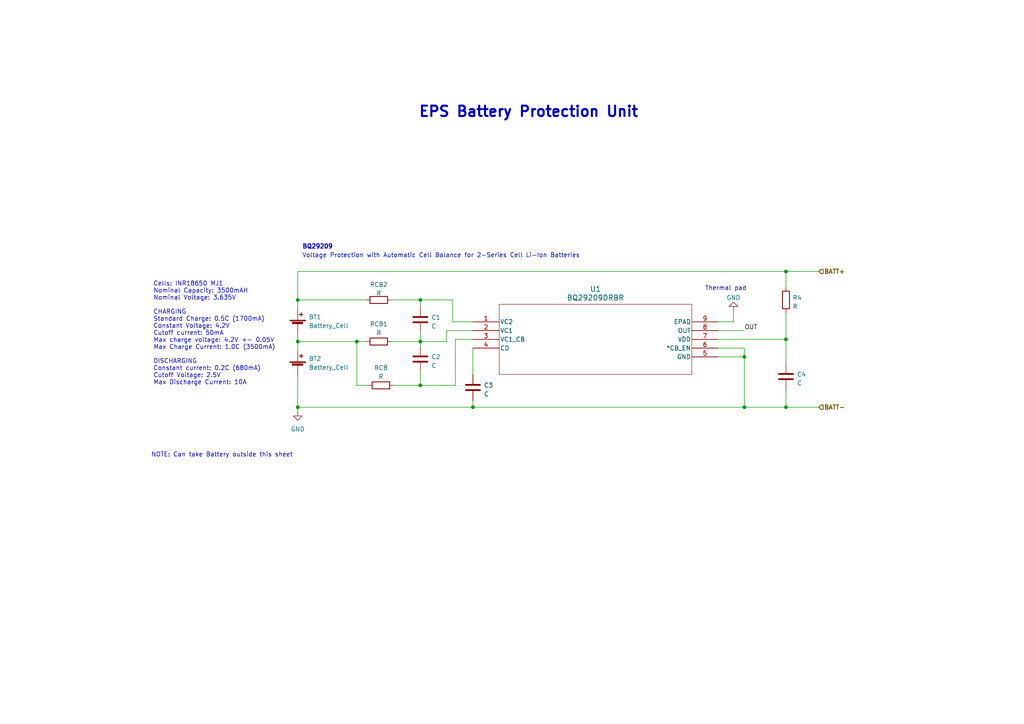
<source format=kicad_sch>
(kicad_sch (version 20230121) (generator eeschema)
  (paper "A4")
  (lib_symbols
    (symbol "Batt_Unit_BQ29209:BQ29209DRBR" (pin_names (offset 0.254))
      (property "Reference" "U" (at 35.56 10.16 0))
      (property "Value" "BQ29209DRBR" (at 35.56 7.62 0))
      (symbol "BQ29209DRBR_0_1"
        (polyline (pts (xy 7.62 -15.24) (xy 63.5 -15.24)) (stroke (width 0.127)))
        (polyline (pts (xy 7.62 5.08) (xy 7.62 -15.24)) (stroke (width 0.127)))
        (polyline (pts (xy 63.5 -15.24) (xy 63.5 5.08)) (stroke (width 0.127)))
        (polyline (pts (xy 63.5 5.08) (xy 7.62 5.08)) (stroke (width 0.127)))
        (pin input line (at 0 0 0) (length 7.62) (name "VC2") (number "1"))
        (pin input line (at 0 -2.54 0) (length 7.62) (name "VC1") (number "2"))
        (pin input line (at 0 -5.08 0) (length 7.62) (name "VC1_CB") (number "3"))
        (pin unspecified line (at 0 -7.62 0) (length 7.62) (name "CD") (number "4"))
        (pin power_in line (at 71.12 -10.16 180) (length 7.62) (name "GND") (number "5"))
        (pin unspecified line (at 71.12 -7.62 180) (length 7.62) (name "*CB_EN") (number "6"))
        (pin power_in line (at 71.12 -5.08 180) (length 7.62) (name "VDD") (number "7"))
        (pin output line (at 71.12 -2.54 180) (length 7.62) (name "OUT") (number "8"))
        (pin power_in line (at 71.12 0 180) (length 7.62) (name "EPAD") (number "9"))
      )
    )
    (symbol "Device:Battery_Cell" (pin_numbers hide) (pin_names (offset 0) hide)
      (property "Reference" "BT" (at 2.54 2.54 0))
      (property "Value" "Battery_Cell" (at 2.54 0 0))
      (symbol "Battery_Cell_0_1"
        (rectangle (start -2.286 1.778) (end 2.286 1.524) (fill (type outline)))
        (rectangle (start -1.5748 1.1938) (end 1.4732 0.6858) (fill (type outline)))
        (polyline (pts (xy 0 0.762) (xy 0 0)))
        (polyline (pts (xy 0 1.778) (xy 0 2.54)))
        (polyline (pts (xy 0.508 3.429) (xy 1.524 3.429)) (stroke (width 0.254)))
        (polyline (pts (xy 1.016 3.937) (xy 1.016 2.921)) (stroke (width 0.254)))
      )
      (symbol "Battery_Cell_1_1"
        (pin passive line (at 0 5.08 270) (length 2.54) (name "+") (number "1"))
        (pin passive line (at 0 -2.54 90) (length 2.54) (name "-") (number "2"))
      )
    )
    (symbol "Device:C" (pin_numbers hide) (pin_names (offset 0.254))
      (property "Reference" "C" (at 0.635 2.54 0))
      (property "Value" "C" (at 0.635 -2.54 0))
      (symbol "C_0_1"
        (polyline (pts (xy -2.032 -0.762) (xy 2.032 -0.762)) (stroke (width 0.508)))
        (polyline (pts (xy -2.032 0.762) (xy 2.032 0.762)) (stroke (width 0.508)))
      )
      (symbol "C_1_1"
        (pin passive line (at 0 3.81 270) (length 2.794) (name "~") (number "1"))
        (pin passive line (at 0 -3.81 90) (length 2.794) (name "~") (number "2"))
      )
    )
    (symbol "Device:R" (pin_numbers hide) (pin_names (offset 0))
      (property "Reference" "R" (at 2.032 0 90))
      (property "Value" "R" (at 0 0 90))
      (symbol "R_0_1"
        (rectangle (start -1.016 -2.54) (end 1.016 2.54) (stroke (width 0.254)))
      )
      (symbol "R_1_1"
        (pin passive line (at 0 3.81 270) (length 1.27) (name "~") (number "1"))
        (pin passive line (at 0 -3.81 90) (length 1.27) (name "~") (number "2"))
      )
    )
    (symbol "power:GND" (power) (pin_names (offset 0))
      (property "Value" "GND" (at 0 -3.81 0))
      (symbol "GND_0_1"
        (polyline (pts (xy 0 0) (xy 0 -1.27) (xy 1.27 -1.27) (xy 0 -2.54) (xy -1.27 -1.27) (xy 0 -1.27)))
      )
      (symbol "GND_1_1"
        (pin power_in line (at 0 0 270) (length 0) hide (name "GND") (number "1"))
      )
    )
  )
  (junction (at 137.16 118.11))
  (junction (at 86.36 86.995))
  (junction (at 121.92 99.06))
  (junction (at 215.9 118.11))
  (junction (at 121.92 86.995))
  (junction (at 103.505 99.06))
  (junction (at 227.965 78.74))
  (junction (at 86.36 99.06))
  (junction (at 86.36 118.11))
  (junction (at 227.965 98.425))
  (junction (at 227.965 118.11))
  (junction (at 215.9 103.505))
  (junction (at 121.92 111.76))
  (wire (pts (xy 113.665 99.06) (xy 121.92 99.06)))
  (wire (pts (xy 227.965 113.03) (xy 227.965 118.11)))
  (wire (pts (xy 121.92 99.06) (xy 121.92 100.33)))
  (wire (pts (xy 86.36 86.995) (xy 86.36 89.535)))
  (wire (pts (xy 137.16 116.205) (xy 137.16 118.11)))
  (wire (pts (xy 227.965 118.11) (xy 237.49 118.11)))
  (wire (pts (xy 215.9 103.505) (xy 208.28 103.505)))
  (wire (pts (xy 131.2591 86.995) (xy 131.2591 93.345)))
  (wire (pts (xy 121.92 86.995) (xy 131.2591 86.995)))
  (wire (pts (xy 227.965 98.425) (xy 227.965 90.805)))
  (wire (pts (xy 86.36 86.995) (xy 86.36 78.74)))
  (wire (pts (xy 121.92 86.995) (xy 121.92 88.9)))
  (wire (pts (xy 86.36 118.11) (xy 137.16 118.11)))
  (wire (pts (xy 86.36 99.06) (xy 86.36 101.6)))
  (wire (pts (xy 208.28 100.965) (xy 215.9 100.965)))
  (wire (pts (xy 132.08 98.425) (xy 137.16 98.425)))
  (wire (pts (xy 86.36 99.06) (xy 103.505 99.06)))
  (wire (pts (xy 227.965 78.74) (xy 237.49 78.74)))
  (wire (pts (xy 86.36 118.11) (xy 86.36 119.38)))
  (wire (pts (xy 121.92 96.52) (xy 121.92 99.06)))
  (wire (pts (xy 113.665 86.995) (xy 121.92 86.995)))
  (wire (pts (xy 121.92 111.76) (xy 121.92 107.95)))
  (wire (pts (xy 129.54 99.06) (xy 129.54 95.885)))
  (wire (pts (xy 86.36 109.22) (xy 86.36 118.11)))
  (wire (pts (xy 208.28 93.345) (xy 212.725 93.345)))
  (wire (pts (xy 137.16 100.965) (xy 137.16 108.585)))
  (wire (pts (xy 121.92 111.76) (xy 132.08 111.76)))
  (wire (pts (xy 131.2591 93.345) (xy 137.16 93.345)))
  (wire (pts (xy 129.54 95.885) (xy 137.16 95.885)))
  (wire (pts (xy 227.965 78.74) (xy 227.965 83.185)))
  (wire (pts (xy 86.36 97.155) (xy 86.36 99.06)))
  (wire (pts (xy 208.28 98.425) (xy 227.965 98.425)))
  (wire (pts (xy 227.965 98.425) (xy 227.965 105.41)))
  (wire (pts (xy 106.045 86.995) (xy 86.36 86.995)))
  (wire (pts (xy 103.505 99.06) (xy 103.505 111.76)))
  (wire (pts (xy 208.28 95.885) (xy 215.9 95.885)))
  (wire (pts (xy 212.725 90.17) (xy 212.725 93.345)))
  (wire (pts (xy 215.9 118.11) (xy 215.9 103.505)))
  (wire (pts (xy 137.16 118.11) (xy 215.9 118.11)))
  (wire (pts (xy 114.3 111.76) (xy 121.92 111.76)))
  (wire (pts (xy 132.08 111.76) (xy 132.08 98.425)))
  (wire (pts (xy 103.505 99.06) (xy 106.045 99.06)))
  (wire (pts (xy 86.36 78.74) (xy 227.965 78.74)))
  (wire (pts (xy 215.9 100.965) (xy 215.9 103.505)))
  (wire (pts (xy 121.92 99.06) (xy 129.54 99.06)))
  (wire (pts (xy 103.505 111.76) (xy 106.68 111.76)))
  (wire (pts (xy 215.9 118.11) (xy 227.965 118.11)))
  (text "EPS Battery Protection Unit" (at 121.285 34.29 0) (effects (font (size 3 3) (thickness 0.6) bold) (justify left bottom)))
  (text "BQ29209" (at 87.63 72.39 0) (effects (font (size 1.27 1.27) (thickness 0.254) bold) (justify left bottom)))
  (text "Cells: INR18650 MJ1\nNominal Capacity: 3500mAH\nNominal Voltage: 3.635V\n\nCHARGING\nStandard Charge: 0.5C (1700mA)\nConstant Voltage: 4.2V\nCutoff current: 50mA\nMax charge voltage: 4.2V +- 0.05V\nMax Charge Current: 1.0C (3500mA)\n\nDISCHARGING\nConstant current: 0.2C (680mA)\nCutoff Voltage: 2.5V\nMax Discharge Current: 10A" (at 44.45 111.76 0) (effects (font (size 1.27 1.27)) (justify left bottom)))
  (text "Thermal pad" (at 204.47 84.455 0) (effects (font (size 1.27 1.27)) (justify left bottom)))
  (text "NOTE: Can take Battery outside this sheet" (at 43.815 132.715 0) (effects (font (size 1.27 1.27)) (justify left bottom)))
  (text "Voltage Protection with Automatic Cell Balance for 2-Series Cell Li-Ion Batteries" (at 87.63 74.93 0) (effects (font (size 1.27 1.27)) (justify left bottom)))
  (label "OUT" (at 215.9 95.885 0))
  (hierarchical_label "BATT+" (shape input) (at 237.49 78.74 0) (effects (font bold)))
  (hierarchical_label "BATT-" (shape input) (at 237.49 118.11 0) (effects (font bold)))
  (symbol (lib_id "Device:C") (at 121.92 104.14 0) (unit 1)
    (property "Reference" "C2" (at 125.095 103.505 0) (effects (justify left)))
    (property "Value" "C" (at 125.095 106.045 0) (effects (justify left)))
  )
  (symbol (lib_id "Batt_Unit_BQ29209:BQ29209DRBR") (at 137.16 93.345 0) (unit 1)
    (property "Reference" "U1" (at 172.72 83.82 0) (effects (font (size 1.524 1.524))))
    (property "Value" "BQ29209DRBR" (at 172.72 86.36 0) (effects (font (size 1.524 1.524))))
    (property "Footprint" "DRB8_1P6X2P4" (effects hide))
    (property "Datasheet" "BQ29209DRBR" (effects hide))
  )
  (symbol (lib_id "Device:R") (at 227.965 86.995 180) (unit 1)
    (property "Reference" "R4" (at 229.87 86.36 0) (effects (justify right)))
    (property "Value" "R" (at 229.87 88.9 0) (effects (justify right)))
    (instances (project "batt_protection" (path "" (reference "R4") (unit 1))) (project "IITBSSP_EPS" (path "" (reference "R4") (unit 1))) (project "BatteryUnit" (path "" (reference "R4") (unit 1)) (path "" (reference "R1") (unit 1))) (project "IITBSSP_EPS" (path "" (reference "R4") (unit 1))))
  )
  (symbol (lib_id "power:GND") (at 212.725 90.17 180) (unit 1)
    (property "Reference" "#PWR02" (effects hide))
    (property "Value" "GND" (at 212.725 86.36 0))
    (instances (project "batt_protection" (path "" (reference "#PWR02") (unit 1))) (project "IITBSSP_EPS" (path "" (reference "#PWR02") (unit 1))) (project "BatteryUnit" (path "" (reference "#PWR02") (unit 1)) (path "" (reference "#PWR02") (unit 1))) (project "IITBSSP_EPS" (path "" (reference "#PWR06") (unit 1))))
  )
  (symbol (lib_id "Device:C") (at 137.16 112.395 0) (unit 1)
    (property "Reference" "C3" (at 140.335 111.76 0) (effects (justify left)))
    (property "Value" "C" (at 140.335 114.3 0) (effects (justify left)))
  )
  (symbol (lib_id "Device:Battery_Cell") (at 86.36 94.615 0) (unit 1)
    (property "Reference" "BT1" (at 89.535 91.948 0) (effects (justify left)))
    (property "Value" "Battery_Cell" (at 89.535 94.488 0) (effects (justify left)))
  )
  (symbol (lib_id "Device:C") (at 121.92 92.71 0) (unit 1)
    (property "Reference" "C1" (at 125.095 92.075 0) (effects (justify left)))
    (property "Value" "C" (at 125.095 94.615 0) (effects (justify left)))
  )
  (symbol (lib_id "Device:C") (at 227.965 109.22 0) (unit 1)
    (property "Reference" "C4" (at 231.14 108.585 0) (effects (justify left)))
    (property "Value" "C" (at 231.14 111.125 0) (effects (justify left)))
  )
  (symbol (lib_id "power:GND") (at 86.36 119.38 0) (unit 1)
    (property "Reference" "#PWR01" (effects hide))
    (property "Value" "GND" (at 86.36 124.46 0))
    (instances (project "batt_protection" (path "" (reference "#PWR01") (unit 1))) (project "IITBSSP_EPS" (path "" (reference "#PWR01") (unit 1))) (project "BatteryUnit" (path "" (reference "#PWR01") (unit 1)) (path "" (reference "#PWR01") (unit 1))) (project "IITBSSP_EPS" (path "" (reference "#PWR05") (unit 1))))
  )
  (symbol (lib_id "Device:R") (at 109.855 99.06 90) (unit 1)
    (property "Reference" "RCB1" (at 109.855 93.98 90))
    (property "Value" "R" (at 109.855 96.52 90))
    (instances (project "batt_protection" (path "" (reference "RCB1") (unit 1))) (project "IITBSSP_EPS" (path "" (reference "RCB1") (unit 1))) (project "BatteryUnit" (path "" (reference "RCB1") (unit 1)) (path "" (reference "RCB2") (unit 1))) (project "IITBSSP_EPS" (path "" (reference "RCB2") (unit 1))))
  )
  (symbol (lib_id "Device:R") (at 110.49 111.76 90) (unit 1)
    (property "Reference" "RCB" (at 110.49 106.68 90))
    (property "Value" "R" (at 110.49 109.22 90))
    (instances (project "batt_protection" (path "" (reference "RCB") (unit 1))) (project "IITBSSP_EPS" (path "" (reference "RCB") (unit 1))) (project "BatteryUnit" (path "" (reference "RCB") (unit 1)) (path "" (reference "RCB3") (unit 1))) (project "IITBSSP_EPS" (path "" (reference "RCB3") (unit 1))))
  )
  (symbol (lib_id "Device:Battery_Cell") (at 86.36 106.68 0) (unit 1)
    (property "Reference" "BT2" (at 89.535 104.013 0) (effects (justify left)))
    (property "Value" "Battery_Cell" (at 89.535 106.553 0) (effects (justify left)))
  )
  (symbol (lib_id "Device:R") (at 109.855 86.995 90) (unit 1)
    (property "Reference" "RCB2" (at 109.855 82.55 90))
    (property "Value" "R" (at 109.855 85.09 90))
    (instances (project "batt_protection" (path "" (reference "RCB2") (unit 1))) (project "IITBSSP_EPS" (path "" (reference "RCB2") (unit 1))) (project "BatteryUnit" (path "" (reference "RCB2") (unit 1)) (path "" (reference "RCB1") (unit 1))) (project "IITBSSP_EPS" (path "" (reference "RCB1") (unit 1))))
  )
)
</source>
